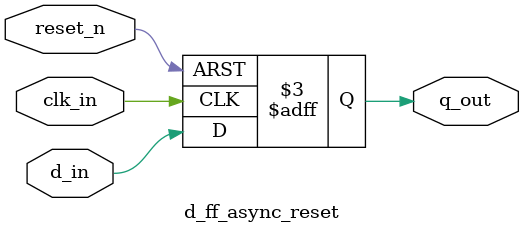
<source format=v>
`timescale 1ns / 1ps


module d_ff_async_reset(
                input d_in,
                input clk_in,
                input reset_n,
                output reg q_out
                );
      always @(posedge clk_in, negedge reset_n)
      begin
            if(!reset_n)
                q_out <=1'b0;
            else
                q_out <= d_in;
            
      end
endmodule

</source>
